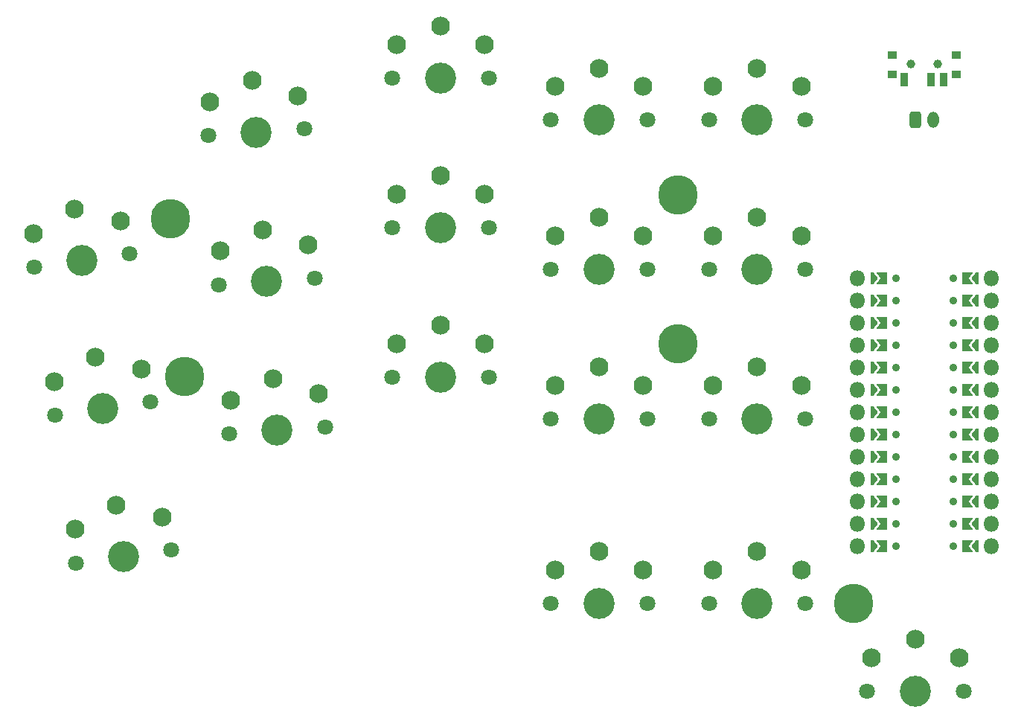
<source format=gbr>
%TF.GenerationSoftware,KiCad,Pcbnew,9.0.5*%
%TF.CreationDate,2025-10-18T21:30:00+02:00*%
%TF.ProjectId,shield-pcb,73686965-6c64-42d7-9063-622e6b696361,1.2*%
%TF.SameCoordinates,Original*%
%TF.FileFunction,Soldermask,Bot*%
%TF.FilePolarity,Negative*%
%FSLAX46Y46*%
G04 Gerber Fmt 4.6, Leading zero omitted, Abs format (unit mm)*
G04 Created by KiCad (PCBNEW 9.0.5) date 2025-10-18 21:30:00*
%MOMM*%
%LPD*%
G01*
G04 APERTURE LIST*
G04 Aperture macros list*
%AMRoundRect*
0 Rectangle with rounded corners*
0 $1 Rounding radius*
0 $2 $3 $4 $5 $6 $7 $8 $9 X,Y pos of 4 corners*
0 Add a 4 corners polygon primitive as box body*
4,1,4,$2,$3,$4,$5,$6,$7,$8,$9,$2,$3,0*
0 Add four circle primitives for the rounded corners*
1,1,$1+$1,$2,$3*
1,1,$1+$1,$4,$5*
1,1,$1+$1,$6,$7*
1,1,$1+$1,$8,$9*
0 Add four rect primitives between the rounded corners*
20,1,$1+$1,$2,$3,$4,$5,0*
20,1,$1+$1,$4,$5,$6,$7,0*
20,1,$1+$1,$6,$7,$8,$9,0*
20,1,$1+$1,$8,$9,$2,$3,0*%
%AMFreePoly0*
4,1,16,-0.214645,0.660355,-0.210957,0.656235,0.289043,0.031235,0.299694,-0.005522,0.289043,-0.031235,-0.210957,-0.656235,-0.244478,-0.674694,-0.250000,-0.675000,-0.500000,-0.675000,-0.535355,-0.660355,-0.550000,-0.625000,-0.550000,0.625000,-0.535355,0.660355,-0.500000,0.675000,-0.250000,0.675000,-0.214645,0.660355,-0.214645,0.660355,$1*%
%AMFreePoly1*
4,1,16,0.535355,0.660355,0.550000,0.625000,0.550000,-0.625000,0.535355,-0.660355,0.500000,-0.675000,-0.650000,-0.675000,-0.685355,-0.660355,-0.700000,-0.625000,-0.689043,-0.593765,-0.214031,0.000000,-0.689043,0.593765,-0.699694,0.630522,-0.681235,0.664043,-0.650000,0.675000,0.500000,0.675000,0.535355,0.660355,0.535355,0.660355,$1*%
G04 Aperture macros list end*
%ADD10C,3.529000*%
%ADD11C,1.801800*%
%ADD12C,2.132000*%
%ADD13O,1.800000X1.800000*%
%ADD14C,0.900000*%
%ADD15FreePoly0,0.000000*%
%ADD16FreePoly1,0.000000*%
%ADD17FreePoly0,180.000000*%
%ADD18FreePoly1,180.000000*%
%ADD19RoundRect,0.270833X-0.379167X-0.654167X0.379167X-0.654167X0.379167X0.654167X-0.379167X0.654167X0*%
%ADD20O,1.300000X1.850000*%
%ADD21C,1.000000*%
%ADD22RoundRect,0.050000X0.350000X0.750000X-0.350000X0.750000X-0.350000X-0.750000X0.350000X-0.750000X0*%
%ADD23RoundRect,0.050000X0.500000X0.400000X-0.500000X0.400000X-0.500000X-0.400000X0.500000X-0.400000X0*%
%ADD24C,0.800000*%
%ADD25C,4.500000*%
G04 APERTURE END LIST*
D10*
%TO.C,S1*%
X149009700Y-150139200D03*
D11*
X154456174Y-149373748D03*
X143563226Y-150904652D03*
D12*
X153432183Y-145680316D03*
X148188579Y-144296618D03*
X143529502Y-147072047D03*
X148188579Y-144296618D03*
%TD*%
D10*
%TO.C,S2*%
X146643800Y-133304600D03*
D11*
X152090274Y-132539148D03*
X141197326Y-134070052D03*
D12*
X151066283Y-128845716D03*
X145822679Y-127462018D03*
X141163602Y-130237447D03*
X145822679Y-127462018D03*
%TD*%
D10*
%TO.C,S3*%
X144277800Y-116470100D03*
D11*
X149724274Y-115704648D03*
X138831326Y-117235552D03*
D12*
X148700283Y-112011216D03*
X143456679Y-110627518D03*
X138797602Y-113402947D03*
X143456679Y-110627518D03*
%TD*%
D10*
%TO.C,S4*%
X166483900Y-135808400D03*
D11*
X171970502Y-135424739D03*
X160997298Y-136192061D03*
D12*
X171206646Y-131668874D03*
X166072337Y-129922772D03*
X161231005Y-132366439D03*
X166072337Y-129922772D03*
%TD*%
D10*
%TO.C,S5*%
X165298000Y-118849800D03*
D11*
X170784602Y-118466139D03*
X159811398Y-119233461D03*
D12*
X170020746Y-114710274D03*
X164886437Y-112964172D03*
X160045105Y-115407839D03*
X164886437Y-112964172D03*
%TD*%
D10*
%TO.C,S7*%
X185105400Y-129731600D03*
D11*
X190605400Y-129731600D03*
X179605400Y-129731600D03*
D12*
X190105400Y-125931600D03*
X185105400Y-123831600D03*
X180105400Y-125931600D03*
X185105400Y-123831600D03*
%TD*%
D10*
%TO.C,S8*%
X185105400Y-112731600D03*
D11*
X190605400Y-112731600D03*
X179605400Y-112731600D03*
D12*
X190105400Y-108931600D03*
X185105400Y-106831600D03*
X180105400Y-108931600D03*
X185105400Y-106831600D03*
%TD*%
D10*
%TO.C,S9*%
X185105400Y-95731600D03*
D11*
X190605400Y-95731600D03*
X179605400Y-95731600D03*
D12*
X190105400Y-91931600D03*
X185105400Y-89831600D03*
X180105400Y-91931600D03*
X185105400Y-89831600D03*
%TD*%
D10*
%TO.C,S10*%
X203105400Y-134494600D03*
D11*
X208605400Y-134494600D03*
X197605400Y-134494600D03*
D12*
X208105400Y-130694600D03*
X203105400Y-128594600D03*
X198105400Y-130694600D03*
X203105400Y-128594600D03*
%TD*%
%TO.C,S11*%
X203105400Y-111594600D03*
X198105400Y-113694600D03*
X203105400Y-111594600D03*
X208105400Y-113694600D03*
D11*
X197605400Y-117494600D03*
X208605400Y-117494600D03*
D10*
X203105400Y-117494600D03*
%TD*%
%TO.C,S12*%
X203105400Y-100494600D03*
D11*
X208605400Y-100494600D03*
X197605400Y-100494600D03*
D12*
X208105400Y-96694600D03*
X203105400Y-94594600D03*
X198105400Y-96694600D03*
X203105400Y-94594600D03*
%TD*%
D10*
%TO.C,S14*%
X221105400Y-117494600D03*
D11*
X226605400Y-117494600D03*
X215605400Y-117494600D03*
D12*
X226105400Y-113694600D03*
X221105400Y-111594600D03*
X216105400Y-113694600D03*
X221105400Y-111594600D03*
%TD*%
D10*
%TO.C,S15*%
X221105400Y-100494600D03*
D11*
X226605400Y-100494600D03*
X215605400Y-100494600D03*
D12*
X226105400Y-96694600D03*
X221105400Y-94594600D03*
X216105400Y-96694600D03*
X221105400Y-94594600D03*
%TD*%
D10*
%TO.C,S16*%
X203105400Y-155494600D03*
D11*
X208605400Y-155494600D03*
X197605400Y-155494600D03*
D12*
X208105400Y-151694600D03*
X203105400Y-149594600D03*
X198105400Y-151694600D03*
X203105400Y-149594600D03*
%TD*%
D10*
%TO.C,S17*%
X221105400Y-155494600D03*
D11*
X226605400Y-155494600D03*
X215605400Y-155494600D03*
D12*
X226105400Y-151694600D03*
X221105400Y-149594600D03*
X216105400Y-151694600D03*
X221105400Y-149594600D03*
%TD*%
D10*
%TO.C,S18*%
X239105400Y-165494600D03*
D11*
X244605400Y-165494600D03*
X233605400Y-165494600D03*
D12*
X244105400Y-161694600D03*
X239105400Y-159594600D03*
X234105400Y-161694600D03*
X239105400Y-159594600D03*
%TD*%
D13*
%TO.C,MCU*%
X232535400Y-118524600D03*
X247775400Y-118524600D03*
X232535400Y-121064600D03*
X247775400Y-121064600D03*
X232535400Y-123604600D03*
X247775400Y-123604600D03*
X232535400Y-126144600D03*
X247775400Y-126144600D03*
X232535400Y-128684600D03*
X247775400Y-128684600D03*
X232535400Y-131224600D03*
X247775400Y-131224600D03*
X232535400Y-133764600D03*
X247775400Y-133764600D03*
X232535400Y-136304600D03*
X247775400Y-136304600D03*
X232535400Y-138844600D03*
X247775400Y-138844600D03*
X232535400Y-141384600D03*
X247775400Y-141384600D03*
X232535400Y-143924600D03*
X247775400Y-143924600D03*
X232535400Y-146464600D03*
X247775400Y-146464600D03*
X232535400Y-149004600D03*
X247775400Y-149004600D03*
D14*
X236893400Y-118524600D03*
D15*
X234535400Y-118524600D03*
D16*
X235380400Y-118524600D03*
D14*
X243417400Y-118524600D03*
D17*
X245775400Y-118524600D03*
D18*
X244930400Y-118524600D03*
D14*
X236893400Y-121064600D03*
D15*
X234535400Y-121064600D03*
D16*
X235380400Y-121064600D03*
D14*
X243417400Y-121064600D03*
D17*
X245775400Y-121064600D03*
D18*
X244930400Y-121064600D03*
D14*
X236893400Y-123604600D03*
D15*
X234535400Y-123604600D03*
D16*
X235380400Y-123604600D03*
D14*
X243417400Y-123604600D03*
D17*
X245775400Y-123604600D03*
D18*
X244930400Y-123604600D03*
D14*
X236893400Y-126144600D03*
D15*
X234535400Y-126144600D03*
D16*
X235380400Y-126144600D03*
D14*
X243417400Y-126144600D03*
D17*
X245775400Y-126144600D03*
D18*
X244930400Y-126144600D03*
D14*
X236893400Y-128684600D03*
D15*
X234535400Y-128684600D03*
D16*
X235380400Y-128684600D03*
D14*
X243417400Y-128684600D03*
D17*
X245775400Y-128684600D03*
D18*
X244930400Y-128684600D03*
D14*
X236893400Y-131224600D03*
D15*
X234535400Y-131224600D03*
D16*
X235380400Y-131224600D03*
D14*
X243417400Y-131224600D03*
D17*
X245775400Y-131224600D03*
D18*
X244930400Y-131224600D03*
D14*
X236893400Y-133764600D03*
D15*
X234535400Y-133764600D03*
D16*
X235380400Y-133764600D03*
D14*
X243417400Y-133764600D03*
D17*
X245775400Y-133764600D03*
D18*
X244930400Y-133764600D03*
D14*
X236893400Y-136304600D03*
D15*
X234535400Y-136304600D03*
D16*
X235380400Y-136304600D03*
D14*
X243417400Y-136304600D03*
D17*
X245775400Y-136304600D03*
D18*
X244930400Y-136304600D03*
D14*
X236893400Y-138844600D03*
D15*
X234535400Y-138844600D03*
D16*
X235380400Y-138844600D03*
D14*
X243417400Y-138844600D03*
D17*
X245775400Y-138844600D03*
D18*
X244930400Y-138844600D03*
D14*
X236893400Y-141384600D03*
D15*
X234535400Y-141384600D03*
D16*
X235380400Y-141384600D03*
D14*
X243417400Y-141384600D03*
D17*
X245775400Y-141384600D03*
D18*
X244930400Y-141384600D03*
D14*
X236893400Y-143924600D03*
D15*
X234535400Y-143924600D03*
D16*
X235380400Y-143924600D03*
D14*
X243417400Y-143924600D03*
D17*
X245775400Y-143924600D03*
D18*
X244930400Y-143924600D03*
D14*
X236893400Y-146464600D03*
D15*
X234535400Y-146464600D03*
D16*
X235380400Y-146464600D03*
D14*
X243417400Y-146464600D03*
D17*
X245775400Y-146464600D03*
D18*
X244930400Y-146464600D03*
D14*
X236893400Y-149004600D03*
D15*
X234535400Y-149004600D03*
D16*
X235380400Y-149004600D03*
D14*
X243417400Y-149004600D03*
D17*
X245775400Y-149004600D03*
D18*
X244930400Y-149004600D03*
%TD*%
D19*
%TO.C,_2*%
X239105400Y-100494600D03*
D20*
X241105400Y-100494600D03*
%TD*%
D21*
%TO.C,T1*%
X241605400Y-94164600D03*
X238605400Y-94164600D03*
X241605400Y-94164600D03*
X238605400Y-94164600D03*
D22*
X237855400Y-95924600D03*
X240855400Y-95924600D03*
X242355400Y-95924600D03*
D23*
X236455400Y-93064600D03*
X243755400Y-93064600D03*
X243755400Y-95274600D03*
X236455400Y-95274600D03*
%TD*%
D24*
%TO.C,_6*%
X155582173Y-112793899D03*
D25*
X154318200Y-111733300D03*
D24*
X154462007Y-113377021D03*
X155378799Y-110469327D03*
X152674479Y-111877107D03*
X153054227Y-110672701D03*
X153257601Y-112997273D03*
X155961921Y-111589493D03*
X154174393Y-110089579D03*
%TD*%
%TO.C,_7*%
X157254373Y-130706899D03*
D25*
X155990400Y-129646300D03*
D24*
X156134207Y-131290021D03*
X157050999Y-128382327D03*
X154346679Y-129790107D03*
X154726427Y-128585701D03*
X154929801Y-130910273D03*
X157634121Y-129502493D03*
X155846593Y-128002579D03*
%TD*%
%TO.C,_8*%
X213272126Y-110161326D03*
D25*
X212105400Y-108994600D03*
D24*
X212105400Y-110644600D03*
X213272126Y-107827874D03*
X210455400Y-108994600D03*
X210938674Y-107827874D03*
X210938674Y-110161326D03*
X213755400Y-108994600D03*
X212105400Y-107344600D03*
%TD*%
%TO.C,_9*%
X213272126Y-127161326D03*
D25*
X212105400Y-125994600D03*
D24*
X212105400Y-127644600D03*
X213272126Y-124827874D03*
X210455400Y-125994600D03*
X210938674Y-124827874D03*
X210938674Y-127161326D03*
X213755400Y-125994600D03*
X212105400Y-124344600D03*
%TD*%
%TO.C,_10*%
X233272126Y-156661326D03*
D25*
X232105400Y-155494600D03*
D24*
X232105400Y-157144600D03*
X233272126Y-154327874D03*
X230455400Y-155494600D03*
X230938674Y-154327874D03*
X230938674Y-156661326D03*
X233755400Y-155494600D03*
X232105400Y-153844600D03*
%TD*%
D10*
%TO.C,S6*%
X164112200Y-101891200D03*
D11*
X169598802Y-101507539D03*
X158625598Y-102274861D03*
D12*
X168834946Y-97751674D03*
X163700637Y-96005572D03*
X158859305Y-98449239D03*
X163700637Y-96005572D03*
%TD*%
D10*
%TO.C,S13*%
X221105400Y-134494600D03*
D11*
X226605400Y-134494600D03*
X215605400Y-134494600D03*
D12*
X226105400Y-130694600D03*
X221105400Y-128594600D03*
X216105400Y-130694600D03*
X221105400Y-128594600D03*
%TD*%
M02*

</source>
